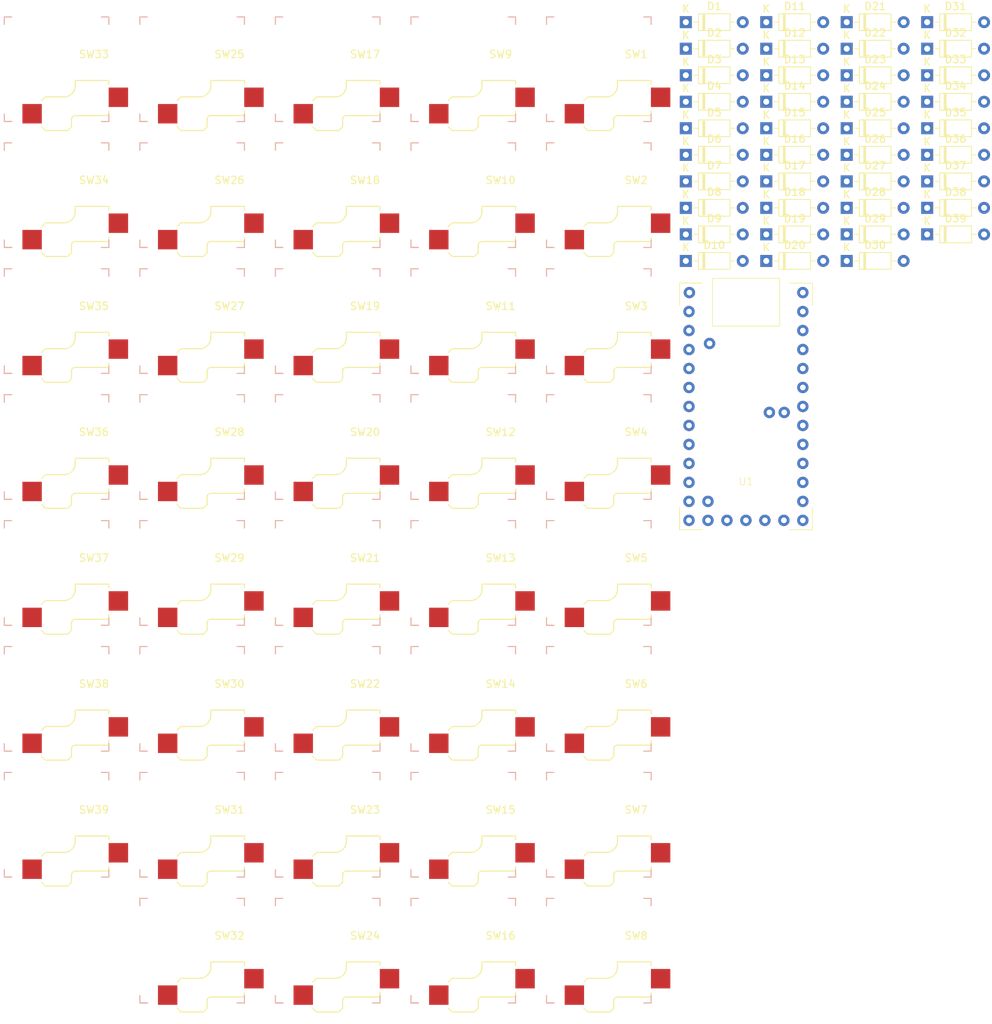
<source format=kicad_pcb>
(kicad_pcb (version 20241229) (generator "pcbnew") (generator_version "9.0")
  (layers (0 "F.Cu" signal) (2 "B.Cu" signal) (13 "F.Paste" user) (15 "B.Paste" user) (5 "F.SilkS" user "F.Silkscreen") (7 "B.SilkS" user "B.Silkscreen") (1 "F.Mask" user) (3 "B.Mask" user) (25 "Edge.Cuts" user))
  (net 0 "")
  (net 1 "ROW1")
  (net 2 "Net-(D1-A)")
  (net 3 "Net-(D2-A)")
  (net 4 "Net-(D3-A)")
  (net 5 "Net-(D4-A)")
  (net 6 "Net-(D5-A)")
  (net 7 "Net-(D6-A)")
  (net 8 "Net-(D7-A)")
  (net 9 "ROW2")
  (net 10 "Net-(D8-A)")
  (net 11 "Net-(D9-A)")
  (net 12 "Net-(D10-A)")
  (net 13 "Net-(D11-A)")
  (net 14 "Net-(D12-A)")
  (net 15 "Net-(D13-A)")
  (net 16 "ROW3")
  (net 17 "Net-(D14-A)")
  (net 18 "Net-(D15-A)")
  (net 19 "Net-(D16-A)")
  (net 20 "Net-(D17-A)")
  (net 21 "Net-(D18-A)")
  (net 22 "ROW4")
  (net 23 "Net-(D19-A)")
  (net 24 "Net-(D20-A)")
  (net 25 "Net-(D21-A)")
  (net 26 "Net-(D22-A)")
  (net 27 "Net-(D23-A)")
  (net 28 "Net-(D24-A)")
  (net 29 "ROW5")
  (net 30 "Net-(D25-A)")
  (net 31 "Net-(D26-A)")
  (net 32 "Net-(D27-A)")
  (net 33 "Net-(D28-A)")
  (net 34 "Net-(D29-A)")
  (net 35 "Net-(D30-A)")
  (net 36 "Net-(D31-A)")
  (net 37 "ROW6")
  (net 38 "Net-(D32-A)")
  (net 39 "Net-(D33-A)")
  (net 40 "TROW1")
  (net 41 "Net-(D34-A)")
  (net 42 "Net-(D35-A)")
  (net 43 "Net-(D36-A)")
  (net 44 "TROW2")
  (net 45 "Net-(D37-A)")
  (net 46 "Net-(D38-A)")
  (net 47 "Net-(D39-A)")
  (net 48 "COL1")
  (net 49 "COL2")
  (net 50 "COL3")
  (net 51 "COL4")
  (net 52 "COL5")
  (net 53 "COL6")
  (footprint "Diode_THT:D_DO-35_SOD27_P7.62mm_Horizontal" (layer "F.Cu") (at 141.75 50.7)
    (property "Reference" "D7" (at 3.81 -2.12 0) (layer "F.SilkS"))
    (property "Value" "1N4148")
    (fp_text user "K" (at 0 -1.8 0) (layer "F.SilkS"))
    (pad "1" thru_hole rect (at 0 0) (size 1.6 1.6) (drill 0.8) (layers "*.Cu" "*.Mask") (net 9 "ROW2"))
    (pad "2" thru_hole oval (at 7.62 0) (size 1.6 1.6) (drill 0.8) (layers "*.Cu" "*.Mask") (net 8 "Net-(D7-A)"))
  )
  (footprint "Diode_THT:D_DO-35_SOD27_P7.62mm_Horizontal" (layer "F.Cu") (at 174.06 50.7)
    (property "Reference" "D37" (at 3.81 -2.12 0) (layer "F.SilkS"))
    (property "Value" "1N4148")
    (fp_text user "K" (at 0 -1.8 0) (layer "F.SilkS"))
    (pad "1" thru_hole rect (at 0 0) (size 1.6 1.6) (drill 0.8) (layers "*.Cu" "*.Mask") (net 44 "TROW2"))
    (pad "2" thru_hole oval (at 7.62 0) (size 1.6 1.6) (drill 0.8) (layers "*.Cu" "*.Mask") (net 45 "Net-(D37-A)"))
  )
  (footprint "Diode_THT:D_DO-35_SOD27_P7.62mm_Horizontal" (layer "F.Cu") (at 141.75 47.15)
    (property "Reference" "D6" (at 3.81 -2.12 0) (layer "F.SilkS"))
    (property "Value" "1N4148")
    (fp_text user "K" (at 0 -1.8 0) (layer "F.SilkS"))
    (pad "1" thru_hole rect (at 0 0) (size 1.6 1.6) (drill 0.8) (layers "*.Cu" "*.Mask") (net 1 "ROW1"))
    (pad "2" thru_hole oval (at 7.62 0) (size 1.6 1.6) (drill 0.8) (layers "*.Cu" "*.Mask") (net 7 "Net-(D6-A)"))
  )
  (footprint "Diode_THT:D_DO-35_SOD27_P7.62mm_Horizontal" (layer "F.Cu") (at 141.75 43.6)
    (property "Reference" "D5" (at 3.81 -2.12 0) (layer "F.SilkS"))
    (property "Value" "1N4148")
    (fp_text user "K" (at 0 -1.8 0) (layer "F.SilkS"))
    (pad "1" thru_hole rect (at 0 0) (size 1.6 1.6) (drill 0.8) (layers "*.Cu" "*.Mask") (net 1 "ROW1"))
    (pad "2" thru_hole oval (at 7.62 0) (size 1.6 1.6) (drill 0.8) (layers "*.Cu" "*.Mask") (net 6 "Net-(D5-A)"))
  )
  (footprint "Diode_THT:D_DO-35_SOD27_P7.62mm_Horizontal" (layer "F.Cu") (at 174.06 43.6)
    (property "Reference" "D35" (at 3.81 -2.12 0) (layer "F.SilkS"))
    (property "Value" "1N4148")
    (fp_text user "K" (at 0 -1.8 0) (layer "F.SilkS"))
    (pad "1" thru_hole rect (at 0 0) (size 1.6 1.6) (drill 0.8) (layers "*.Cu" "*.Mask") (net 40 "TROW1"))
    (pad "2" thru_hole oval (at 7.62 0) (size 1.6 1.6) (drill 0.8) (layers "*.Cu" "*.Mask") (net 42 "Net-(D35-A)"))
  )
  (footprint "Diode_THT:D_DO-35_SOD27_P7.62mm_Horizontal" (layer "F.Cu") (at 163.29 29.4)
    (property "Reference" "D21" (at 3.81 -2.12 0) (layer "F.SilkS"))
    (property "Value" "1N4148")
    (fp_text user "K" (at 0 -1.8 0) (layer "F.SilkS"))
    (pad "1" thru_hole rect (at 0 0) (size 1.6 1.6) (drill 0.8) (layers "*.Cu" "*.Mask") (net 22 "ROW4"))
    (pad "2" thru_hole oval (at 7.62 0) (size 1.6 1.6) (drill 0.8) (layers "*.Cu" "*.Mask") (net 25 "Net-(D21-A)"))
  )
  (footprint "Diode_THT:D_DO-35_SOD27_P7.62mm_Horizontal" (layer "F.Cu") (at 141.75 36.5)
    (property "Reference" "D3" (at 3.81 -2.12 0) (layer "F.SilkS"))
    (property "Value" "1N4148")
    (fp_text user "K" (at 0 -1.8 0) (layer "F.SilkS"))
    (pad "1" thru_hole rect (at 0 0) (size 1.6 1.6) (drill 0.8) (layers "*.Cu" "*.Mask") (net 1 "ROW1"))
    (pad "2" thru_hole oval (at 7.62 0) (size 1.6 1.6) (drill 0.8) (layers "*.Cu" "*.Mask") (net 4 "Net-(D3-A)"))
  )
  (footprint "Diode_THT:D_DO-35_SOD27_P7.62mm_Horizontal" (layer "F.Cu") (at 152.52 47.15)
    (property "Reference" "D16" (at 3.81 -2.12 0) (layer "F.SilkS"))
    (property "Value" "1N4148")
    (fp_text user "K" (at 0 -1.8 0) (layer "F.SilkS"))
    (pad "1" thru_hole rect (at 0 0) (size 1.6 1.6) (drill 0.8) (layers "*.Cu" "*.Mask") (net 16 "ROW3"))
    (pad "2" thru_hole oval (at 7.62 0) (size 1.6 1.6) (drill 0.8) (layers "*.Cu" "*.Mask") (net 19 "Net-(D16-A)"))
  )
  (footprint "Diode_THT:D_DO-35_SOD27_P7.62mm_Horizontal" (layer "F.Cu") (at 163.29 36.5)
    (property "Reference" "D23" (at 3.81 -2.12 0) (layer "F.SilkS"))
    (property "Value" "1N4148")
    (fp_text user "K" (at 0 -1.8 0) (layer "F.SilkS"))
    (pad "1" thru_hole rect (at 0 0) (size 1.6 1.6) (drill 0.8) (layers "*.Cu" "*.Mask") (net 22 "ROW4"))
    (pad "2" thru_hole oval (at 7.62 0) (size 1.6 1.6) (drill 0.8) (layers "*.Cu" "*.Mask") (net 27 "Net-(D23-A)"))
  )
  (footprint "Diode_THT:D_DO-35_SOD27_P7.62mm_Horizontal" (layer "F.Cu") (at 152.52 57.8)
    (property "Reference" "D19" (at 3.81 -2.12 0) (layer "F.SilkS"))
    (property "Value" "1N4148")
    (fp_text user "K" (at 0 -1.8 0) (layer "F.SilkS"))
    (pad "1" thru_hole rect (at 0 0) (size 1.6 1.6) (drill 0.8) (layers "*.Cu" "*.Mask") (net 22 "ROW4"))
    (pad "2" thru_hole oval (at 7.62 0) (size 1.6 1.6) (drill 0.8) (layers "*.Cu" "*.Mask") (net 23 "Net-(D19-A)"))
  )
  (footprint "Diode_THT:D_DO-35_SOD27_P7.62mm_Horizontal" (layer "F.Cu") (at 174.06 36.5)
    (property "Reference" "D33" (at 3.81 -2.12 0) (layer "F.SilkS"))
    (property "Value" "1N4148")
    (fp_text user "K" (at 0 -1.8 0) (layer "F.SilkS"))
    (pad "1" thru_hole rect (at 0 0) (size 1.6 1.6) (drill 0.8) (layers "*.Cu" "*.Mask") (net 37 "ROW6"))
    (pad "2" thru_hole oval (at 7.62 0) (size 1.6 1.6) (drill 0.8) (layers "*.Cu" "*.Mask") (net 39 "Net-(D33-A)"))
  )
  (footprint "Diode_THT:D_DO-35_SOD27_P7.62mm_Horizontal" (layer "F.Cu") (at 174.06 54.25)
    (property "Reference" "D38" (at 3.81 -2.12 0) (layer "F.SilkS"))
    (property "Value" "1N4148")
    (fp_text user "K" (at 0 -1.8 0) (layer "F.SilkS"))
    (pad "1" thru_hole rect (at 0 0) (size 1.6 1.6) (drill 0.8) (layers "*.Cu" "*.Mask") (net 44 "TROW2"))
    (pad "2" thru_hole oval (at 7.62 0) (size 1.6 1.6) (drill 0.8) (layers "*.Cu" "*.Mask") (net 46 "Net-(D38-A)"))
  )
  (footprint "Diode_THT:D_DO-35_SOD27_P7.62mm_Horizontal" (layer "F.Cu") (at 174.06 47.15)
    (property "Reference" "D36" (at 3.81 -2.12 0) (layer "F.SilkS"))
    (property "Value" "1N4148")
    (fp_text user "K" (at 0 -1.8 0) (layer "F.SilkS"))
    (pad "1" thru_hole rect (at 0 0) (size 1.6 1.6) (drill 0.8) (layers "*.Cu" "*.Mask") (net 40 "TROW1"))
    (pad "2" thru_hole oval (at 7.62 0) (size 1.6 1.6) (drill 0.8) (layers "*.Cu" "*.Mask") (net 43 "Net-(D36-A)"))
  )
  (footprint "Diode_THT:D_DO-35_SOD27_P7.62mm_Horizontal" (layer "F.Cu") (at 152.52 29.4)
    (property "Reference" "D11" (at 3.81 -2.12 0) (layer "F.SilkS"))
    (property "Value" "1N4148")
    (fp_text user "K" (at 0 -1.8 0) (layer "F.SilkS"))
    (pad "1" thru_hole rect (at 0 0) (size 1.6 1.6) (drill 0.8) (layers "*.Cu" "*.Mask") (net 9 "ROW2"))
    (pad "2" thru_hole oval (at 7.62 0) (size 1.6 1.6) (drill 0.8) (layers "*.Cu" "*.Mask") (net 13 "Net-(D11-A)"))
  )
  (footprint "Diode_THT:D_DO-35_SOD27_P7.62mm_Horizontal" (layer "F.Cu") (at 152.52 54.25)
    (property "Reference" "D18" (at 3.81 -2.12 0) (layer "F.SilkS"))
    (property "Value" "1N4148")
    (fp_text user "K" (at 0 -1.8 0) (layer "F.SilkS"))
    (pad "1" thru_hole rect (at 0 0) (size 1.6 1.6) (drill 0.8) (layers "*.Cu" "*.Mask") (net 16 "ROW3"))
    (pad "2" thru_hole oval (at 7.62 0) (size 1.6 1.6) (drill 0.8) (layers "*.Cu" "*.Mask") (net 21 "Net-(D18-A)"))
  )
  (footprint "Diode_THT:D_DO-35_SOD27_P7.62mm_Horizontal" (layer "F.Cu") (at 163.29 32.95)
    (property "Reference" "D22" (at 3.81 -2.12 0) (layer "F.SilkS"))
    (property "Value" "1N4148")
    (fp_text user "K" (at 0 -1.8 0) (layer "F.SilkS"))
    (pad "1" thru_hole rect (at 0 0) (size 1.6 1.6) (drill 0.8) (layers "*.Cu" "*.Mask") (net 22 "ROW4"))
    (pad "2" thru_hole oval (at 7.62 0) (size 1.6 1.6) (drill 0.8) (layers "*.Cu" "*.Mask") (net 26 "Net-(D22-A)"))
  )
  (footprint "Diode_THT:D_DO-35_SOD27_P7.62mm_Horizontal" (layer "F.Cu") (at 163.29 57.8)
    (property "Reference" "D29" (at 3.81 -2.12 0) (layer "F.SilkS"))
    (property "Value" "1N4148")
    (fp_text user "K" (at 0 -1.8 0) (layer "F.SilkS"))
    (pad "1" thru_hole rect (at 0 0) (size 1.6 1.6) (drill 0.8) (layers "*.Cu" "*.Mask") (net 29 "ROW5"))
    (pad "2" thru_hole oval (at 7.62 0) (size 1.6 1.6) (drill 0.8) (layers "*.Cu" "*.Mask") (net 34 "Net-(D29-A)"))
  )
  (footprint "Diode_THT:D_DO-35_SOD27_P7.62mm_Horizontal" (layer "F.Cu") (at 174.06 40.05)
    (property "Reference" "D34" (at 3.81 -2.12 0) (layer "F.SilkS"))
    (property "Value" "1N4148")
    (fp_text user "K" (at 0 -1.8 0) (layer "F.SilkS"))
    (pad "1" thru_hole rect (at 0 0) (size 1.6 1.6) (drill 0.8) (layers "*.Cu" "*.Mask") (net 40 "TROW1"))
    (pad "2" thru_hole oval (at 7.62 0) (size 1.6 1.6) (drill 0.8) (layers "*.Cu" "*.Mask") (net 41 "Net-(D34-A)"))
  )
  (footprint "Diode_THT:D_DO-35_SOD27_P7.62mm_Horizontal" (layer "F.Cu") (at 163.29 54.25)
    (property "Reference" "D28" (at 3.81 -2.12 0) (layer "F.SilkS"))
    (property "Value" "1N4148")
    (fp_text user "K" (at 0 -1.8 0) (layer "F.SilkS"))
    (pad "1" thru_hole rect (at 0 0) (size 1.6 1.6) (drill 0.8) (layers "*.Cu" "*.Mask") (net 29 "ROW5"))
    (pad "2" thru_hole oval (at 7.62 0) (size 1.6 1.6) (drill 0.8) (layers "*.Cu" "*.Mask") (net 33 "Net-(D28-A)"))
  )
  (footprint "Diode_THT:D_DO-35_SOD27_P7.62mm_Horizontal" (layer "F.Cu") (at 141.75 29.4)
    (property "Reference" "D1" (at 3.81 -2.12 0) (layer "F.SilkS"))
    (property "Value" "1N4148")
    (fp_text user "K" (at 0 -1.8 0) (layer "F.SilkS"))
    (pad "1" thru_hole rect (at 0 0) (size 1.6 1.6) (drill 0.8) (layers "*.Cu" "*.Mask") (net 1 "ROW1"))
    (pad "2" thru_hole oval (at 7.62 0) (size 1.6 1.6) (drill 0.8) (layers "*.Cu" "*.Mask") (net 2 "Net-(D1-A)"))
  )
  (footprint "Diode_THT:D_DO-35_SOD27_P7.62mm_Horizontal" (layer "F.Cu") (at 152.52 36.5)
    (property "Reference" "D13" (at 3.81 -2.12 0) (layer "F.SilkS"))
    (property "Value" "1N4148")
    (fp_text user "K" (at 0 -1.8 0) (layer "F.SilkS"))
    (pad "1" thru_hole rect (at 0 0) (size 1.6 1.6) (drill 0.8) (layers "*.Cu" "*.Mask") (net 16 "ROW3"))
    (pad "2" thru_hole oval (at 7.62 0) (size 1.6 1.6) (drill 0.8) (layers "*.Cu" "*.Mask") (net 15 "Net-(D13-A)"))
  )
  (footprint "Diode_THT:D_DO-35_SOD27_P7.62mm_Horizontal" (layer "F.Cu") (at 163.29 61.35)
    (property "Reference" "D30" (at 3.81 -2.12 0) (layer "F.SilkS"))
    (property "Value" "1N4148")
    (fp_text user "K" (at 0 -1.8 0) (layer "F.SilkS"))
    (pad "1" thru_hole rect (at 0 0) (size 1.6 1.6) (drill 0.8) (layers "*.Cu" "*.Mask") (net 29 "ROW5"))
    (pad "2" thru_hole oval (at 7.62 0) (size 1.6 1.6) (drill 0.8) (layers "*.Cu" "*.Mask") (net 35 "Net-(D30-A)"))
  )
  (footprint "Diode_THT:D_DO-35_SOD27_P7.62mm_Horizontal" (layer "F.Cu") (at 152.52 50.7)
    (property "Reference" "D17" (at 3.81 -2.12 0) (layer "F.SilkS"))
    (property "Value" "1N4148")
    (fp_text user "K" (at 0 -1.8 0) (layer "F.SilkS"))
    (pad "1" thru_hole rect (at 0 0) (size 1.6 1.6) (drill 0.8) (layers "*.Cu" "*.Mask") (net 16 "ROW3"))
    (pad "2" thru_hole oval (at 7.62 0) (size 1.6 1.6) (drill 0.8) (layers "*.Cu" "*.Mask") (net 20 "Net-(D17-A)"))
  )
  (footprint "Diode_THT:D_DO-35_SOD27_P7.62mm_Horizontal" (layer "F.Cu") (at 141.75 40.05)
    (property "Reference" "D4" (at 3.81 -2.12 0) (layer "F.SilkS"))
    (property "Value" "1N4148")
    (fp_text user "K" (at 0 -1.8 0) (layer "F.SilkS"))
    (pad "1" thru_hole rect (at 0 0) (size 1.6 1.6) (drill 0.8) (layers "*.Cu" "*.Mask") (net 1 "ROW1"))
    (pad "2" thru_hole oval (at 7.62 0) (size 1.6 1.6) (drill 0.8) (layers "*.Cu" "*.Mask") (net 5 "Net-(D4-A)"))
  )
  (footprint "Diode_THT:D_DO-35_SOD27_P7.62mm_Horizontal" (layer "F.Cu") (at 163.29 43.6)
    (property "Reference" "D25" (at 3.81 -2.12 0) (layer "F.SilkS"))
    (property "Value" "1N4148")
    (fp_text user "K" (at 0 -1.8 0) (layer "F.SilkS"))
    (pad "1" thru_hole rect (at 0 0) (size 1.6 1.6) (drill 0.8) (layers "*.Cu" "*.Mask") (net 29 "ROW5"))
    (pad "2" thru_hole oval (at 7.62 0) (size 1.6 1.6) (drill 0.8) (layers "*.Cu" "*.Mask") (net 30 "Net-(D25-A)"))
  )
  (footprint "Diode_THT:D_DO-35_SOD27_P7.62mm_Horizontal" (layer "F.Cu") (at 163.29 40.05)
    (property "Reference" "D24" (at 3.81 -2.12 0) (layer "F.SilkS"))
    (property "Value" "1N4148")
    (fp_text user "K" (at 0 -1.8 0) (layer "F.SilkS"))
    (pad "1" thru_hole rect (at 0 0) (size 1.6 1.6) (drill 0.8) (layers "*.Cu" "*.Mask") (net 22 "ROW4"))
    (pad "2" thru_hole oval (at 7.62 0) (size 1.6 1.6) (drill 0.8) (layers "*.Cu" "*.Mask") (net 28 "Net-(D24-A)"))
  )
  (footprint "Diode_THT:D_DO-35_SOD27_P7.62mm_Horizontal" (layer "F.Cu") (at 141.75 32.95)
    (property "Reference" "D2" (at 3.81 -2.12 0) (layer "F.SilkS"))
    (property "Value" "1N4148")
    (fp_text user "K" (at 0 -1.8 0) (layer "F.SilkS"))
    (pad "1" thru_hole rect (at 0 0) (size 1.6 1.6) (drill 0.8) (layers "*.Cu" "*.Mask") (net 1 "ROW1"))
    (pad "2" thru_hole oval (at 7.62 0) (size 1.6 1.6) (drill 0.8) (layers "*.Cu" "*.Mask") (net 3 "Net-(D2-A)"))
  )
  (footprint "Diode_THT:D_DO-35_SOD27_P7.62mm_Horizontal" (layer "F.Cu") (at 152.52 61.35)
    (property "Reference" "D20" (at 3.81 -2.12 0) (layer "F.SilkS"))
    (property "Value" "1N4148")
    (fp_text user "K" (at 0 -1.8 0) (layer "F.SilkS"))
    (pad "1" thru_hole rect (at 0 0) (size 1.6 1.6) (drill 0.8) (layers "*.Cu" "*.Mask") (net 22 "ROW4"))
    (pad "2" thru_hole oval (at 7.62 0) (size 1.6 1.6) (drill 0.8) (layers "*.Cu" "*.Mask") (net 24 "Net-(D20-A)"))
  )
  (footprint "ProMicro_RP2040:pro_micro_rp2040" (layer "F.Cu") (at 140.925 97.325)
    (property "Reference" "U1" (at 8.89 -6.46 0) (layer "F.SilkS") (effects (font (thickness 0.1))))
    (property "Value" "~")
    (pad "0" thru_hole circle (at 1.25 -29.2) (size 1.524 1.524) (drill 0.762) (layers "*.Cu" "*.Mask") (net 48 "COL1"))
    (pad "1" thru_hole circle (at 1.25 -26.66) (size 1.524 1.524) (drill 0.762) (layers "*.Cu" "*.Mask") (net 49 "COL2"))
    (pad "2" thru_hole circle (at 1.25 -19.04) (size 1.524 1.524) (drill 0.762) (layers "*.Cu" "*.Mask") (net 50 "COL3"))
    (pad "3" thru_hole circle (at 1.25 -16.5) (size 1.524 1.524) (drill 0.762) (layers "*.Cu" "*.Mask") (net 51 "COL4"))
    (pad "3V3" thru_hole circle (at 16.49 -21.58) (size 1.524 1.524) (drill 0.762) (layers "*.Cu" "*.Mask"))
    (pad "4" thru_hole circle (at 1.25 -13.96) (size 1.524 1.524) (drill 0.762) (layers "*.Cu" "*.Mask") (net 52 "COL5"))
    (pad "5" thru_hole circle (at 1.25 -11.42) (size 1.524 1.524) (drill 0.762) (layers "*.Cu" "*.Mask") (net 53 "COL6"))
    (pad "5V" thru_hole circle (at 16.49 -29.2) (size 1.524 1.524) (drill 0.762) (layers "*.Cu" "*.Mask"))
    (pad "6" thru_hole circle (at 1.25 -8.88) (size 1.524 1.524) (drill 0.762) (layers "*.Cu" "*.Mask") (net 1 "ROW1"))
    (pad "7" thru_hole circle (at 1.25 -6.34) (size 1.524 1.524) (drill 0.762) (layers "*.Cu" "*.Mask") (net 9 "ROW2"))
    (pad "8" thru_hole circle (at 1.25 -3.8) (size 1.524 1.524) (drill 0.762) (layers "*.Cu" "*.Mask") (net 16 "ROW3"))
    (pad "9" thru_hole circle (at 1.25 -1.26) (size 1.524 1.524) (drill 0.762) (layers "*.Cu" "*.Mask") (net 22 "ROW4"))
    (pad "10" thru_hole circle (at 1.3 -31.74) (size 1.524 1.524) (drill 0.762) (layers "*.Cu" "*.Mask"))
    (pad "11" thru_hole circle (at 16.49 -31.74) (size 1.524 1.524) (drill 0.762) (layers "*.Cu" "*.Mask"))
    (pad "12" thru_hole circle (at 3.79 -1.26) (size 1.524 1.524) (drill 0.762) (layers "*.Cu" "*.Mask") (net 29 "ROW5"))
    (pad "13" thru_hole circle (at 6.33 -1.26) (size 1.524 1.524) (drill 0.762) (layers "*.Cu" "*.Mask") (net 37 "ROW6"))
    (pad "14" thru_hole circle (at 8.87 -1.26) (size 1.524 1.524) (drill 0.762) (layers "*.Cu" "*.Mask") (net 40 "TROW1"))
    (pad "15" thru_hole circle (at 11.41 -1.26) (size 1.524 1.524) (drill 0.762) (layers "*.Cu" "*.Mask") (net 44 "TROW2"))
    (pad "16" thru_hole circle (at 13.95 -1.26) (size 1.524 1.524) (drill 0.762) (layers "*.Cu" "*.Mask"))
    (pad "18" thru_hole circle (at 12.01 -15.7) (size 1.524 1.524) (drill 0.762) (layers "*.Cu" "*.Mask"))
    (pad "20" thru_hole circle (at 16.49 -6.34) (size 1.524 1.524) (drill 0.762) (layers "*.Cu" "*.Mask"))
    (pad "21" thru_hole circle (at 16.49 -1.26) (size 1.524 1.524) (drill 0.762) (layers "*.Cu" "*.Mask"))
    (pad "22" thru_hole circle (at 16.49 -8.88) (size 1.524 1.524) (drill 0.762) (layers "*.Cu" "*.Mask"))
    (pad "23" thru_hole circle (at 16.49 -3.8) (size 1.524 1.524) (drill 0.762) (layers "*.Cu" "*.Mask"))
    (pad "24" thru_hole circle (at 14 -15.7) (size 1.524 1.524) (drill 0.762) (layers "*.Cu" "*.Mask"))
    (pad "25" thru_hole circle (at 3.79 -3.8) (size 1.524 1.524) (drill 0.762) (layers "*.Cu" "*.Mask"))
    (pad "26" thru_hole circle (at 16.49 -11.42) (size 1.524 1.524) (drill 0.762) (layers "*.Cu" "*.Mask"))
    (pad "27" thru_hole circle (at 16.49 -13.96) (size 1.524 1.524) (drill 0.762) (layers "*.Cu" "*.Mask"))
    (pad "28" thru_hole circle (at 16.49 -16.5) (size 1.524 1.524) (drill 0.762) (layers "*.Cu" "*.Mask"))
    (pad "29" thru_hole circle (at 16.49 -19.04) (size 1.524 1.524) (drill 0.762) (layers "*.Cu" "*.Mask"))
    (pad "BOOT" thru_hole circle (at 4 -24.93) (size 1.524 1.524) (drill 0.762) (layers "*.Cu" "*.Mask"))
    (pad "GND" thru_hole circle (at 1.25 -24.12) (size 1.524 1.524) (drill 0.762) (layers "*.Cu" "*.Mask"))
    (pad "GND" thru_hole circle (at 1.25 -21.58) (size 1.524 1.524) (drill 0.762) (layers "*.Cu" "*.Mask"))
    (pad "GND" thru_hole circle (at 16.49 -26.66) (size 1.524 1.524) (drill 0.762) (layers "*.Cu" "*.Mask"))
    (pad "RST" thru_hole circle (at 16.49 -24.12) (size 1.524 1.524) (drill 0.762) (layers "*.Cu" "*.Mask"))
  )
  (footprint "Diode_THT:D_DO-35_SOD27_P7.62mm_Horizontal" (layer "F.Cu") (at 152.52 43.6)
    (property "Reference" "D15" (at 3.81 -2.12 0) (layer "F.SilkS"))
    (property "Value" "1N4148")
    (fp_text user "K" (at 0 -1.8 0) (layer "F.SilkS"))
    (pad "1" thru_hole rect (at 0 0) (size 1.6 1.6) (drill 0.8) (layers "*.Cu" "*.Mask") (net 16 "ROW3"))
    (pad "2" thru_hole oval (at 7.62 0) (size 1.6 1.6) (drill 0.8) (layers "*.Cu" "*.Mask") (net 18 "Net-(D15-A)"))
  )
  (footprint "Diode_THT:D_DO-35_SOD27_P7.62mm_Horizontal" (layer "F.Cu") (at 141.75 54.25)
    (property "Reference" "D8" (at 3.81 -2.12 0) (layer "F.SilkS"))
    (property "Value" "1N4148")
    (fp_text user "K" (at 0 -1.8 0) (layer "F.SilkS"))
    (pad "1" thru_hole rect (at 0 0) (size 1.6 1.6) (drill 0.8) (layers "*.Cu" "*.Mask") (net 9 "ROW2"))
    (pad "2" thru_hole oval (at 7.62 0) (size 1.6 1.6) (drill 0.8) (layers "*.Cu" "*.Mask") (net 10 "Net-(D8-A)"))
  )
  (footprint "Diode_THT:D_DO-35_SOD27_P7.62mm_Horizontal" (layer "F.Cu") (at 141.75 61.35)
    (property "Reference" "D10" (at 3.81 -2.12 0) (layer "F.SilkS"))
    (property "Value" "1N4148")
    (fp_text user "K" (at 0 -1.8 0) (layer "F.SilkS"))
    (pad "1" thru_hole rect (at 0 0) (size 1.6 1.6) (drill 0.8) (layers "*.Cu" "*.Mask") (net 9 "ROW2"))
    (pad "2" thru_hole oval (at 7.62 0) (size 1.6 1.6) (drill 0.8) (layers "*.Cu" "*.Mask") (net 12 "Net-(D10-A)"))
  )
  (footprint "Diode_THT:D_DO-35_SOD27_P7.62mm_Horizontal" (layer "F.Cu") (at 152.52 32.95)
    (property "Reference" "D12" (at 3.81 -2.12 0) (layer "F.SilkS"))
    (property "Value" "1N4148")
    (fp_text user "K" (at 0 -1.8 0) (layer "F.SilkS"))
    (pad "1" thru_hole rect (at 0 0) (size 1.6 1.6) (drill 0.8) (layers "*.Cu" "*.Mask") (net 9 "ROW2"))
    (pad "2" thru_hole oval (at 7.62 0) (size 1.6 1.6) (drill 0.8) (layers "*.Cu" "*.Mask") (net 14 "Net-(D12-A)"))
  )
  (footprint "Diode_THT:D_DO-35_SOD27_P7.62mm_Horizontal" (layer "F.Cu") (at 174.06 57.8)
    (property "Reference" "D39" (at 3.81 -2.12 0) (layer "F.SilkS"))
    (property "Value" "1N4148")
    (fp_text user "K" (at 0 -1.8 0) (layer "F.SilkS"))
    (pad "1" thru_hole rect (at 0 0) (size 1.6 1.6) (drill 0.8) (layers "*.Cu" "*.Mask") (net 44 "TROW2"))
    (pad "2" thru_hole oval (at 7.62 0) (size 1.6 1.6) (drill 0.8) (layers "*.Cu" "*.Mask") (net 47 "Net-(D39-A)"))
  )
  (footprint "Diode_THT:D_DO-35_SOD27_P7.62mm_Horizontal" (layer "F.Cu") (at 163.29 50.7)
    (property "Reference" "D27" (at 3.81 -2.12 0) (layer "F.SilkS"))
    (property "Value" "1N4148")
    (fp_text user "K" (at 0 -1.8 0) (layer "F.SilkS"))
    (pad "1" thru_hole rect (at 0 0) (size 1.6 1.6) (drill 0.8) (layers "*.Cu" "*.Mask") (net 29 "ROW5"))
    (pad "2" thru_hole oval (at 7.62 0) (size 1.6 1.6) (drill 0.8) (layers "*.Cu" "*.Mask") (net 32 "Net-(D27-A)"))
  )
  (footprint "Diode_THT:D_DO-35_SOD27_P7.62mm_Horizontal" (layer "F.Cu") (at 174.06 32.95)
    (property "Reference" "D32" (at 3.81 -2.12 0) (layer "F.SilkS"))
    (property "Value" "1N4148")
    (fp_text user "K" (at 0 -1.8 0) (layer "F.SilkS"))
    (pad "1" thru_hole rect (at 0 0) (size 1.6 1.6) (drill 0.8) (layers "*.Cu" "*.Mask") (net 37 "ROW6"))
    (pad "2" thru_hole oval (at 7.62 0) (size 1.6 1.6) (drill 0.8) (layers "*.Cu" "*.Mask") (net 38 "Net-(D32-A)"))
  )
  (footprint "Diode_THT:D_DO-35_SOD27_P7.62mm_Horizontal" (layer "F.Cu") (at 174.06 29.4)
    (property "Reference" "D31" (at 3.81 -2.12 0) (layer "F.SilkS"))
    (property "Value" "1N4148")
    (fp_text user "K" (at 0 -1.8 0) (layer "F.SilkS"))
    (pad "1" thru_hole rect (at 0 0) (size 1.6 1.6) (drill 0.8) (layers "*.Cu" "*.Mask") (net 37 "ROW6"))
    (pad "2" thru_hole oval (at 7.62 0) (size 1.6 1.6) (drill 0.8) (layers "*.Cu" "*.Mask") (net 36 "Net-(D31-A)"))
  )
  (footprint "Diode_THT:D_DO-35_SOD27_P7.62mm_Horizontal" (layer "F.Cu") (at 163.29 47.15)
    (property "Reference" "D26" (at 3.81 -2.12 0) (layer "F.SilkS"))
    (property "Value" "1N4148")
    (fp_text user "K" (at 0 -1.8 0) (layer "F.SilkS"))
    (pad "1" thru_hole rect (at 0 0) (size 1.6 1.6) (drill 0.8) (layers "*.Cu" "*.Mask") (net 29 "ROW5"))
    (pad "2" thru_hole oval (at 7.62 0) (size 1.6 1.6) (drill 0.8) (layers "*.Cu" "*.Mask") (net 31 "Net-(D26-A)"))
  )
  (footprint "Diode_THT:D_DO-35_SOD27_P7.62mm_Horizontal" (layer "F.Cu") (at 152.52 40.05)
    (property "Reference" "D14" (at 3.81 -2.12 0) (layer "F.SilkS"))
    (property "Value" "1N4148")
    (fp_text user "K" (at 0 -1.8 0) (layer "F.SilkS"))
    (pad "1" thru_hole rect (at 0 0) (size 1.6 1.6) (drill 0.8) (layers "*.Cu" "*.Mask") (net 16 "ROW3"))
    (pad "2" thru_hole oval (at 7.62 0) (size 1.6 1.6) (drill 0.8) (layers "*.Cu" "*.Mask") (net 17 "Net-(D14-A)"))
  )
  (footprint "Diode_THT:D_DO-35_SOD27_P7.62mm_Horizontal" (layer "F.Cu") (at 141.75 57.8)
    (property "Reference" "D9" (at 3.81 -2.12 0) (layer "F.SilkS"))
    (property "Value" "1N4148")
    (fp_text user "K" (at 0 -1.8 0) (layer "F.SilkS"))
    (pad "1" thru_hole rect (at 0 0) (size 1.6 1.6) (drill 0.8) (layers "*.Cu" "*.Mask") (net 9 "ROW2"))
    (pad "2" thru_hole oval (at 7.62 0) (size 1.6 1.6) (drill 0.8) (layers "*.Cu" "*.Mask") (net 11 "Net-(D9-A)"))
  )
  (footprint "Keyswitches:Kailh_socket_PG1350" (layer "B.Cu") (at 75.65 119.95 180)
    (property "Reference" "SW30" (at -5 2 0) (layer "F.SilkS"))
    (property "Value" "SW_Push")
    (pad "" np_thru_hole circle (at -5.5 0 180) (size 1.7018 1.7018) (drill 1.7018) (layers "*.Cu" "*.Mask"))
    (pad "" np_thru_hole circle (at -5 -3.75 180) (size 3 3) (drill 3) (layers "*.Cu" "*.Mask"))
    (pad "" np_thru_hole circle (at 0 -5.95 180) (size 3 3) (drill 3) (layers "*.Cu" "*.Mask"))
    (pad "" np_thru_hole circle (at 0 0 180) (size 3.429 3.429) (drill 3.429) (layers "*.Cu" "*.Mask"))
    (pad "" np_thru_hole circle (at 5.22 4.2 180) (size 0.9906 0.9906) (drill 0.9906) (layers "*.Cu" "*.Mask"))
    (pad "" np_thru_hole circle (at 5.5 0 180) (size 1.7018 1.7018) (drill 1.7018) (layers "*.Cu" "*.Mask"))
    (pad "1" smd rect (at 3.275 -5.95 180) (size 2.6 2.6) (layers "F.Cu" "F.Mask" "F.Paste") (net 53 "COL6"))
    (pad "2" smd rect (at -8.275 -3.75 180) (size 2.6 2.6) (layers "F.Cu" "F.Mask" "F.Paste") (net 35 "Net-(D30-A)"))
  )
  (footprint "Keyswitches:Kailh_socket_PG1350" (layer "B.Cu") (at 57.5 86.25 180)
    (property "Reference" "SW36" (at -5 2 0) (layer "F.SilkS"))
    (property "Value" "SW_Push")
    (pad "" np_thru_hole circle (at -5.5 0 180) (size 1.7018 1.7018) (drill 1.7018) (layers "*.Cu" "*.Mask"))
    (pad "" np_thru_hole circle (at -5 -3.75 180) (size 3 3) (drill 3) (layers "*.Cu" "*.Mask"))
    (pad "" np_thru_hole circle (at 0 -5.95 180) (size 3 3) (drill 3) (layers "*.Cu" "*.Mask"))
    (pad "" np_thru_hole circle (at 0 0 180) (size 3.429 3.429) (drill 3.429) (layers "*.Cu" "*.Mask"))
    (pad "" np_thru_hole circle (at 5.22 4.2 180) (size 0.9906 0.9906) (drill 0.9906) (layers "*.Cu" "*.Mask"))
    (pad "" np_thru_hole circle (at 5.5 0 180) (size 1.7018 1.7018) (drill 1.7018) (layers "*.Cu" "*.Mask"))
    (pad "1" smd rect (at 3.275 -5.95 180) (size 2.6 2.6) (layers "F.Cu" "F.Mask" "F.Paste") (net 52 "COL5"))
    (pad "2" smd rect (at -8.275 -3.75 180) (size 2.6 2.6) (layers "F.Cu" "F.Mask" "F.Paste") (net 43 "Net-(D36-A)"))
  )
  (footprint "Keyswitches:Kailh_socket_PG1350" (layer "B.Cu") (at 93.8 86.25 180)
    (property "Reference" "SW20" (at -5 2 0) (layer "F.SilkS"))
    (property "Value" "SW_Push")
    (pad "" np_thru_hole circle (at -5.5 0 180) (size 1.7018 1.7018) (drill 1.7018) (layers "*.Cu" "*.Mask"))
    (pad "" np_thru_hole circle (at -5 -3.75 180) (size 3 3) (drill 3) (layers "*.Cu" "*.Mask"))
    (pad "" np_thru_hole circle (at 0 -5.95 180) (size 3 3) (drill 3) (layers "*.Cu" "*.Mask"))
    (pad "" np_thru_hole circle (at 0 0 180) (size 3.429 3.429) (drill 3.429) (layers "*.Cu" "*.Mask"))
    (pad "" np_thru_hole circle (at 5.22 4.2 180) (size 0.9906 0.9906) (drill 0.9906) (layers "*.Cu" "*.Mask"))
    (pad "" np_thru_hole circle (at 5.5 0 180) (size 1.7018 1.7018) (drill 1.7018) (layers "*.Cu" "*.Mask"))
    (pad "1" smd rect (at 3.275 -5.95 180) (size 2.6 2.6) (layers "F.Cu" "F.Mask" "F.Paste") (net 49 "COL2"))
    (pad "2" smd rect (at -8.275 -3.75 180) (size 2.6 2.6) (layers "F.Cu" "F.Mask" "F.Paste") (net 24 "Net-(D20-A)"))
  )
  (footprint "Keyswitches:Kailh_socket_PG1350" (layer "B.Cu") (at 111.95 119.95 180)
    (property "Reference" "SW14" (at -5 2 0) (layer "F.SilkS"))
    (property "Value" "SW_Push")
    (pad "" np_thru_hole circle (at -5.5 0 180) (size 1.7018 1.7018) (drill 1.7018) (layers "*.Cu" "*.Mask"))
    (pad "" np_thru_hole circle (at -5 -3.75 180) (size 3 3) (drill 3) (layers "*.Cu" "*.Mask"))
    (pad "" np_thru_hole circle (at 0 -5.95 180) (size 3 3) (drill 3) (layers "*.Cu" "*.Mask"))
    (pad "" np_thru_hole circle (at 0 0 180) (size 3.429 3.429) (drill 3.429) (layers "*.Cu" "*.Mask"))
    (pad "" np_thru_hole circle (at 5.22 4.2 180) (size 0.9906 0.9906) (drill 0.9906) (layers "*.Cu" "*.Mask"))
    (pad "" np_thru_hole circle (at 5.5 0 180) (size 1.7018 1.7018) (drill 1.7018) (layers "*.Cu" "*.Mask"))
    (pad "1" smd rect (at 3.275 -5.95 180) (size 2.6 2.6) (layers "F.Cu" "F.Mask" "F.Paste") (net 49 "COL2"))
    (pad "2" smd rect (at -8.275 -3.75 180) (size 2.6 2.6) (layers "F.Cu" "F.Mask" "F.Paste") (net 17 "Net-(D14-A)"))
  )
  (footprint "Keyswitches:Kailh_socket_PG1350" (layer "B.Cu") (at 75.65 69.4 180)
    (property "Reference" "SW27" (at -5 2 0) (layer "F.SilkS"))
    (property "Value" "SW_Push")
    (pad "" np_thru_hole circle (at -5.5 0 180) (size 1.7018 1.7018) (drill 1.7018) (layers "*.Cu" "*.Mask"))
    (pad "" np_thru_hole circle (at -5 -3.75 180) (size 3 3) (drill 3) (layers "*.Cu" "*.Mask"))
    (pad "" np_thru_hole circle (at 0 -5.95 180) (size 3 3) (drill 3) (layers "*.Cu" "*.Mask"))
    (pad "" np_thru_hole circle (at 0 0 180) (size 3.429 3.429) (drill 3.429) (layers "*.Cu" "*.Mask"))
    (pad "" np_thru_hole circle (at 5.22 4.2 180) (size 0.9906 0.9906) (drill 0.9906) (layers "*.Cu" "*.Mask"))
    (pad "" np_thru_hole circle (at 5.5 0 180) (size 1.7018 1.7018) (drill 1.7018) (layers "*.Cu" "*.Mask"))
    (pad "1" smd rect (at 3.275 -5.95 180) (size 2.6 2.6) (layers "F.Cu" "F.Mask" "F.Paste") (net 50 "COL3"))
    (pad "2" smd rect (at -8.275 -3.75 180) (size 2.6 2.6) (layers "F.Cu" "F.Mask" "F.Paste") (net 32 "Net-(D27-A)"))
  )
  (footprint "Keyswitches:Kailh_socket_PG1350" (layer "B.Cu") (at 75.65 153.65 180)
    (property "Reference" "SW32" (at -5 2 0) (layer "F.SilkS"))
    (property "Value" "SW_Push")
    (pad "" np_thru_hole circle (at -5.5 0 180) (size 1.7018 1.7018) (drill 1.7018) (layers "*.Cu" "*.Mask"))
    (pad "" np_thru_hole circle (at -5 -3.75 180) (size 3 3) (drill 3) (layers "*.Cu" "*.Mask"))
    (pad "" np_thru_hole circle (at 0 -5.95 180) (size 3 3) (drill 3) (layers "*.Cu" "*.Mask"))
    (pad "" np_thru_hole circle (at 0 0 180) (size 3.429 3.429) (drill 3.429) (layers "*.Cu" "*.Mask"))
    (pad "" np_thru_hole circle (at 5.22 4.2 180) (size 0.9906 0.9906) (drill 0.9906) (layers "*.Cu" "*.Mask"))
    (pad "" np_thru_hole circle (at 5.5 0 180) (size 1.7018 1.7018) (drill 1.7018) (layers "*.Cu" "*.Mask"))
    (pad "1" smd rect (at 3.275 -5.95 180) (size 2.6 2.6) (layers "F.Cu" "F.Mask" "F.Paste") (net 51 "COL4"))
    (pad "2" smd rect (at -8.275 -3.75 180) (size 2.6 2.6) (layers "F.Cu" "F.Mask" "F.Paste") (net 38 "Net-(D32-A)"))
  )
  (footprint "Keyswitches:Kailh_socket_PG1350" (layer "B.Cu") (at 93.8 136.8 180)
    (property "Reference" "SW23" (at -5 2 0) (layer "F.SilkS"))
    (property "Value" "SW_Push")
    (pad "" np_thru_hole circle (at -5.5 0 180) (size 1.7018 1.7018) (drill 1.7018) (layers "*.Cu" "*.Mask"))
    (pad "" np_thru_hole circle (at -5 -3.75 180) (size 3 3) (drill 3) (layers "*.Cu" "*.Mask"))
    (pad "" np_thru_hole circle (at 0 -5.95 180) (size 3 3) (drill 3) (layers "*.Cu" "*.Mask"))
    (pad "" np_thru_hole circle (at 0 0 180) (size 3.429 3.429) (drill 3.429) (layers "*.Cu" "*.Mask"))
    (pad "" np_thru_hole circle (at 5.22 4.2 180) (size 0.9906 0.9906) (drill 0.9906) (layers "*.Cu" "*.Mask"))
    (pad "" np_thru_hole circle (at 5.5 0 180) (size 1.7018 1.7018) (drill 1.7018) (layers "*.Cu" "*.Mask"))
    (pad "1" smd rect (at 3.275 -5.95 180) (size 2.6 2.6) (layers "F.Cu" "F.Mask" "F.Paste") (net 52 "COL5"))
    (pad "2" smd rect (at -8.275 -3.75 180) (size 2.6 2.6) (layers "F.Cu" "F.Mask" "F.Paste") (net 27 "Net-(D23-A)"))
  )
  (footprint "Keyswitches:Kailh_socket_PG1350" (layer "B.Cu") (at 93.8 52.55 180)
    (property "Reference" "SW18" (at -5 2 0) (layer "F.SilkS"))
    (property "Value" "SW_Push")
    (pad "" np_thru_hole circle (at -5.5 0 180) (size 1.7018 1.7018) (drill 1.7018) (layers "*.Cu" "*.Mask"))
    (pad "" np_thru_hole circle (at -5 -3.75 180) (size 3 3) (drill 3) (layers "*.Cu" "*.Mask"))
    (pad "" np_thru_hole circle (at 0 -5.95 180) (size 3 3) (drill 3) (layers "*.Cu" "*.Mask"))
    (pad "" np_thru_hole circle (at 0 0 180) (size 3.429 3.429) (drill 3.429) (layers "*.Cu" "*.Mask"))
    (pad "" np_thru_hole circle (at 5.22 4.2 180) (size 0.9906 0.9906) (drill 0.9906) (layers "*.Cu" "*.Mask"))
    (pad "" np_thru_hole circle (at 5.5 0 180) (size 1.7018 1.7018) (drill 1.7018) (layers "*.Cu" "*.Mask"))
    (pad "1" smd rect (at 3.275 -5.95 180) (size 2.6 2.6) (layers "F.Cu" "F.Mask" "F.Paste") (net 53 "COL6"))
    (pad "2" smd rect (at -8.275 -3.75 180) (size 2.6 2.6) (layers "F.Cu" "F.Mask" "F.Paste") (net 21 "Net-(D18-A)"))
  )
  (footprint "Keyswitches:Kailh_socket_PG1350" (layer "B.Cu") (at 57.5 52.55 180)
    (property "Reference" "SW34" (at -5 2 0) (layer "F.SilkS"))
    (property "Value" "SW_Push")
    (pad "" np_thru_hole circle (at -5.5 0 180) (size 1.7018 1.7018) (drill 1.7018) (layers "*.Cu" "*.Mask"))
    (pad "" np_thru_hole circle (at -5 -3.75 180) (size 3 3) (drill 3) (layers "*.Cu" "*.Mask"))
    (pad "" np_thru_hole circle (at 0 -5.95 180) (size 3 3) (drill 3) (layers "*.Cu" "*.Mask"))
    (pad "" np_thru_hole circle (at 0 0 180) (size 3.429 3.429) (drill 3.429) (layers "*.Cu" "*.Mask"))
    (pad "" np_thru_hole circle (at 5.22 4.2 180) (size 0.9906 0.9906) (drill 0.9906) (layers "*.Cu" "*.Mask"))
    (pad "" np_thru_hole circle (at 5.5 0 180) (size 1.7018 1.7018) (drill 1.7018) (layers "*.Cu" "*.Mask"))
    (pad "1" smd rect (at 3.275 -5.95 180) (size 2.6 2.6) (layers "F.Cu" "F.Mask" "F.Paste") (net 50 "COL3"))
    (pad "2" smd rect (at -8.275 -3.75 180) (size 2.6 2.6) (layers "F.Cu" "F.Mask" "F.Paste") (net 41 "Net-(D34-A)"))
  )
  (footprint "Keyswitches:Kailh_socket_PG1350" (layer "B.Cu") (at 130.1 119.95 180)
    (property "Reference" "SW6" (at -5 2 0) (layer "F.SilkS"))
    (property "Value" "SW_Push")
    (pad "" np_thru_hole circle (at -5.5 0 180) (size 1.7018 1.7018) (drill 1.7018) (layers "*.Cu" "*.Mask"))
    (pad "" np_thru_hole circle (at -5 -3.75 180) (size 3 3) (drill 3) (layers "*.Cu" "*.Mask"))
    (pad "" np_thru_hole circle (at 0 -5.95 180) (size 3 3) (drill 3) (layers "*.Cu" "*.Mask"))
    (pad "" np_thru_hole circle (at 0 0 180) (size 3.429 3.429) (drill 3.429) (layers "*.Cu" "*.Mask"))
    (pad "" np_thru_hole circle (at 5.22 4.2 180) (size 0.9906 0.9906) (drill 0.9906) (layers "*.Cu" "*.Mask"))
    (pad "" np_thru_hole circle (at 5.5 0 180) (size 1.7018 1.7018) (drill 1.7018) (layers "*.Cu" "*.Mask"))
    (pad "1" smd rect (at 3.275 -5.95 180) (size 2.6 2.6) (layers "F.Cu" "F.Mask" "F.Paste") (net 53 "COL6"))
    (pad "2" smd rect (at -8.275 -3.75 180) (size 2.6 2.6) (layers "F.Cu" "F.Mask" "F.Paste") (net 7 "Net-(D6-A)"))
  )
  (footprint "Keyswitches:Kailh_socket_PG1350" (layer "B.Cu") (at 130.1 153.65 180)
    (property "Reference" "SW8" (at -5 2 0) (layer "F.SilkS"))
    (property "Value" "SW_Push")
    (pad "" np_thru_hole circle (at -5.5 0 180) (size 1.7018 1.7018) (drill 1.7018) (layers "*.Cu" "*.Mask"))
    (pad "" np_thru_hole circle (at -5 -3.75 180) (size 3 3) (drill 3) (layers "*.Cu" "*.Mask"))
    (pad "" np_thru_hole circle (at 0 -5.95 180) (size 3 3) (drill 3) (layers "*.Cu" "*.Mask"))
    (pad "" np_thru_hole circle (at 0 0 180) (size 3.429 3.429) (drill 3.429) (layers "*.Cu" "*.Mask"))
    (pad "" np_thru_hole circle (at 5.22 4.2 180) (size 0.9906 0.9906) (drill 0.9906) (layers "*.Cu" "*.Mask"))
    (pad "" np_thru_hole circle (at 5.5 0 180) (size 1.7018 1.7018) (drill 1.7018) (layers "*.Cu" "*.Mask"))
    (pad "1" smd rect (at 3.275 -5.95 180) (size 2.6 2.6) (layers "F.Cu" "F.Mask" "F.Paste") (net 49 "COL2"))
    (pad "2" smd rect (at -8.275 -3.75 180) (size 2.6 2.6) (layers "F.Cu" "F.Mask" "F.Paste") (net 10 "Net-(D8-A)"))
  )
  (footprint "Keyswitches:Kailh_socket_PG1350" (layer "B.Cu") (at 130.1 52.55 180)
    (property "Reference" "SW2" (at -5 2 0) (layer "F.SilkS"))
    (property "Value" "SW_Push")
    (pad "" np_thru_hole circle (at -5.5 0 180) (size 1.7018 1.7018) (drill 1.7018) (layers "*.Cu" "*.Mask"))
    (pad "" np_thru_hole circle (at -5 -3.75 180) (size 3 3) (drill 3) (layers "*.Cu" "*.Mask"))
    (pad "" np_thru_hole circle (at 0 -5.95 180) (size 3 3) (drill 3) (layers "*.Cu" "*.Mask"))
    (pad "" np_thru_hole circle (at 0 0 180) (size 3.429 3.429) (drill 3.429) (layers "*.Cu" "*.Mask"))
    (pad "" np_thru_hole circle (at 5.22 4.2 180) (size 0.9906 0.9906) (drill 0.9906) (layers "*.Cu" "*.Mask"))
    (pad "" np_thru_hole circle (at 5.5 0 180) (size 1.7018 1.7018) (drill 1.7018) (layers "*.Cu" "*.Mask"))
    (pad "1" smd rect (at 3.275 -5.95 180) (size 2.6 2.6) (layers "F.Cu" "F.Mask" "F.Paste") (net 49 "COL2"))
    (pad "2" smd rect (at -8.275 -3.75 180) (size 2.6 2.6) (layers "F.Cu" "F.Mask" "F.Paste") (net 3 "Net-(D2-A)"))
  )
  (footprint "Keyswitches:Kailh_socket_PG1350" (layer "B.Cu") (at 130.1 136.8 180)
    (property "Reference" "SW7" (at -5 2 0) (layer "F.SilkS"))
    (property "Value" "SW_Push")
    (pad "" np_thru_hole circle (at -5.5 0 180) (size 1.7018 1.7018) (drill 1.7018) (layers "*.Cu" "*.Mask"))
    (pad "" np_thru_hole circle (at -5 -3.75 180) (size 3 3) (drill 3) (layers "*.Cu" "*.Mask"))
    (pad "" np_thru_hole circle (at 0 -5.95 180) (size 3 3) (drill 3) (layers "*.Cu" "*.Mask"))
    (pad "" np_thru_hole circle (at 0 0 180) (size 3.429 3.429) (drill 3.429) (layers "*.Cu" "*.Mask"))
    (pad "" np_thru_hole circle (at 5.22 4.2 180) (size 0.9906 0.9906) (drill 0.9906) (layers "*.Cu" "*.Mask"))
    (pad "" np_thru_hole circle (at 5.5 0 180) (size 1.7018 1.7018) (drill 1.7018) (layers "*.Cu" "*.Mask"))
    (pad "1" smd rect (at 3.275 -5.95 180) (size 2.6 2.6) (layers "F.Cu" "F.Mask" "F.Paste") (net 48 "COL1"))
    (pad "2" smd rect (at -8.275 -3.75 180) (size 2.6 2.6) (layers "F.Cu" "F.Mask" "F.Paste") (net 8 "Net-(D7-A)"))
  )
  (footprint "Keyswitches:Kailh_socket_PG1350" (layer "B.Cu") (at 93.8 35.7 180)
    (property "Reference" "SW17" (at -5 2 0) (layer "F.SilkS"))
    (property "Value" "SW_Push")
    (pad "" np_thru_hole circle (at -5.5 0 180) (size 1.7018 1.7018) (drill 1.7018) (layers "*.Cu" "*.Mask"))
    (pad "" np_thru_hole circle (at -5 -3.75 180) (size 3 3) (drill 3) (layers "*.Cu" "*.Mask"))
    (pad "" np_thru_hole circle (at 0 -5.95 180) (size 3 3) (drill 3) (layers "*.Cu" "*.Mask"))
    (pad "" np_thru_hole circle (at 0 0 180) (size 3.429 3.429) (drill 3.429) (layers "*.Cu" "*.Mask"))
    (pad "" np_thru_hole circle (at 5.22 4.2 180) (size 0.9906 0.9906) (drill 0.9906) (layers "*.Cu" "*.Mask"))
    (pad "" np_thru_hole circle (at 5.5 0 180) (size 1.7018 1.7018) (drill 1.7018) (layers "*.Cu" "*.Mask"))
    (pad "1" smd rect (at 3.275 -5.95 180) (size 2.6 2.6) (layers "F.Cu" "F.Mask" "F.Paste") (net 52 "COL5"))
    (pad "2" smd rect (at -8.275 -3.75 180) (size 2.6 2.6) (layers "F.Cu" "F.Mask" "F.Paste") (net 20 "Net-(D17-A)"))
  )
  (footprint "Keyswitches:Kailh_socket_PG1350" (layer "B.Cu") (at 111.95 103.1 180)
    (property "Reference" "SW13" (at -5 2 0) (layer "F.SilkS"))
    (property "Value" "SW_Push")
    (pad "" np_thru_hole circle (at -5.5 0 180) (size 1.7018 1.7018) (drill 1.7018) (layers "*.Cu" "*.Mask"))
    (pad "" np_thru_hole circle (at -5 -3.75 180) (size 3 3) (drill 3) (layers "*.Cu" "*.Mask"))
    (pad "" np_thru_hole circle (at 0 -5.95 180) (size 3 3) (drill 3) (layers "*.Cu" "*.Mask"))
    (pad "" np_thru_hole circle (at 0 0 180) (size 3.429 3.429) (drill 3.429) (layers "*.Cu" "*.Mask"))
    (pad "" np_thru_hole circle (at 5.22 4.2 180) (size 0.9906 0.9906) (drill 0.9906) (layers "*.Cu" "*.Mask"))
    (pad "" np_thru_hole circle (at 5.5 0 180) (size 1.7018 1.7018) (drill 1.7018) (layers "*.Cu" "*.Mask"))
    (pad "1" smd rect (at 3.275 -5.95 180) (size 2.6 2.6) (layers "F.Cu" "F.Mask" "F.Paste") (net 48 "COL1"))
    (pad "2" smd rect (at -8.275 -3.75 180) (size 2.6 2.6) (layers "F.Cu" "F.Mask" "F.Paste") (net 15 "Net-(D13-A)"))
  )
  (footprint "Keyswitches:Kailh_socket_PG1350" (layer "B.Cu") (at 111.95 35.7 180)
    (property "Reference" "SW9" (at -5 2 0) (layer "F.SilkS"))
    (property "Value" "SW_Push")
    (pad "" np_thru_hole circle (at -5.5 0 180) (size 1.7018 1.7018) (drill 1.7018) (layers "*.Cu" "*.Mask"))
    (pad "" np_thru_hole circle (at -5 -3.75 180) (size 3 3) (drill 3) (layers "*.Cu" "*.Mask"))
    (pad "" np_thru_hole circle (at 0 -5.95 180) (size 3 3) (drill 3) (layers "*.Cu" "*.Mask"))
    (pad "" np_thru_hole circle (at 0 0 180) (size 3.429 3.429) (drill 3.429) (layers "*.Cu" "*.Mask"))
    (pad "" np_thru_hole circle (at 5.22 4.2 180) (size 0.9906 0.9906) (drill 0.9906) (layers "*.Cu" "*.Mask"))
    (pad "" np_thru_hole circle (at 5.5 0 180) (size 1.7018 1.7018) (drill 1.7018) (layers "*.Cu" "*.Mask"))
    (pad "1" smd rect (at 3.275 -5.95 180) (size 2.6 2.6) (layers "F.Cu" "F.Mask" "F.Paste") (net 50 "COL3"))
    (pad "2" smd rect (at -8.275 -3.75 180) (size 2.6 2.6) (layers "F.Cu" "F.Mask" "F.Paste") (net 11 "Net-(D9-A)"))
  )
  (footprint "Keyswitches:Kailh_socket_PG1350" (layer "B.Cu") (at 93.8 69.4 180)
    (property "Reference" "SW19" (at -5 2 0) (layer "F.SilkS"))
    (property "Value" "SW_Push")
    (pad "" np_thru_hole circle (at -5.5 0 180) (size 1.7018 1.7018) (drill 1.7018) (layers "*.Cu" "*.Mask"))
    (pad "" np_thru_hole circle (at -5 -3.75 180) (size 3 3) (drill 3) (layers "*.Cu" "*.Mask"))
    (pad "" np_thru_hole circle (at 0 -5.95 180) (size 3 3) (drill 3) (layers "*.Cu" "*.Mask"))
    (pad "" np_thru_hole circle (at 0 0 180) (size 3.429 3.429) (drill 3.429) (layers "*.Cu" "*.Mask"))
    (pad "" np_thru_hole circle (at 5.22 4.2 180) (size 0.9906 0.9906) (drill 0.9906) (layers "*.Cu" "*.Mask"))
    (pad "" np_thru_hole circle (at 5.5 0 180) (size 1.7018 1.7018) (drill 1.7018) (layers "*.Cu" "*.Mask"))
    (pad "1" smd rect (at 3.275 -5.95 180) (size 2.6 2.6) (layers "F.Cu" "F.Mask" "F.Paste") (net 48 "COL1"))
    (pad "2" smd rect (at -8.275 -3.75 180) (size 2.6 2.6) (layers "F.Cu" "F.Mask" "F.Paste") (net 23 "Net-(D19-A)"))
  )
  (footprint "Keyswitches:Kailh_socket_PG1350" (layer "B.Cu") (at 57.5 136.8 180)
    (property "Reference" "SW39" (at -5 2 0) (layer "F.SilkS"))
    (property "Value" "SW_Push")
    (pad "" np_thru_hole circle (at -5.5 0 180) (size 1.7018 1.7018) (drill 1.7018) (layers "*.Cu" "*.Mask"))
    (pad "" np_thru_hole circle (at -5 -3.75 180) (size 3 3) (drill 3) (layers "*.Cu" "*.Mask"))
    (pad "" np_thru_hole circle (at 0 -5.95 180) (size 3 3) (drill 3) (layers "*.Cu" "*.Mask"))
    (pad "" np_thru_hole circle (at 0 0 180) (size 3.429 3.429) (drill 3.429) (layers "*.Cu" "*.Mask"))
    (pad "" np_thru_hole circle (at 5.22 4.2 180) (size 0.9906 0.9906) (drill 0.9906) (layers "*.Cu" "*.Mask"))
    (pad "" np_thru_hole circle (at 5.5 0 180) (size 1.7018 1.7018) (drill 1.7018) (layers "*.Cu" "*.Mask"))
    (pad "1" smd rect (at 3.275 -5.95 180) (size 2.6 2.6) (layers "F.Cu" "F.Mask" "F.Paste") (net 52 "COL5"))
    (pad "2" smd rect (at -8.275 -3.75 180) (size 2.6 2.6) (layers "F.Cu" "F.Mask" "F.Paste") (net 47 "Net-(D39-A)"))
  )
  (footprint "Keyswitches:Kailh_socket_PG1350" (layer "B.Cu") (at 130.1 35.7 180)
    (property "Reference" "SW1" (at -5 2 0) (layer "F.SilkS"))
    (property "Value" "SW_Push")
    (pad "" np_thru_hole circle (at -5.5 0 180) (size 1.7018 1.7018) (drill 1.7018) (layers "*.Cu" "*.Mask"))
    (pad "" np_thru_hole circle (at -5 -3.75 180) (size 3 3) (drill 3) (layers "*.Cu" "*.Mask"))
    (pad "" np_thru_hole circle (at 0 -5.95 180) (size 3 3) (drill 3) (layers "*.Cu" "*.Mask"))
    (pad "" np_thru_hole circle (at 0 0 180) (size 3.429 3.429) (drill 3.429) (layers "*.Cu" "*.Mask"))
    (pad "" np_thru_hole circle (at 5.22 4.2 180) (size 0.9906 0.9906) (drill 0.9906) (layers "*.Cu" "*.Mask"))
    (pad "" np_thru_hole circle (at 5.5 0 180) (size 1.7018 1.7018) (drill 1.7018) (layers "*.Cu" "*.Mask"))
    (pad "1" smd rect (at 3.275 -5.95 180) (size 2.6 2.6) (layers "F.Cu" "F.Mask" "F.Paste") (net 48 "COL1"))
    (pad "2" smd rect (at -8.275 -3.75 180) (size 2.6 2.6) (layers "F.Cu" "F.Mask" "F.Paste") (net 2 "Net-(D1-A)"))
  )
  (footprint "Keyswitches:Kailh_socket_PG1350" (layer "B.Cu") (at 57.5 103.1 180)
    (property "Reference" "SW37" (at -5 2 0) (layer "F.SilkS"))
    (property "Value" "SW_Push")
    (pad "" np_thru_hole circle (at -5.5 0 180) (size 1.7018 1.7018) (drill 1.7018) (layers "*.Cu" "*.Mask"))
    (pad "" np_thru_hole circle (at -5 -3.75 180) (size 3 3) (drill 3) (layers "*.Cu" "*.Mask"))
    (pad "" np_thru_hole circle (at 0 -5.95 180) (size 3 3) (drill 3) (layers "*.Cu" "*.Mask"))
    (pad "" np_thru_hole circle (at 0 0 180) (size 3.429 3.429) (drill 3.429) (layers "*.Cu" "*.Mask"))
    (pad "" np_thru_hole circle (at 5.22 4.2 180) (size 0.9906 0.9906) (drill 0.9906) (layers "*.Cu" "*.Mask"))
    (pad "" np_thru_hole circle (at 5.5 0 180) (size 1.7018 1.7018) (drill 1.7018) (layers "*.Cu" "*.Mask"))
    (pad "1" smd rect (at 3.275 -5.95 180) (size 2.6 2.6) (layers "F.Cu" "F.Mask" "F.Paste") (net 50 "COL3"))
    (pad "2" smd rect (at -8.275 -3.75 180) (size 2.6 2.6) (layers "F.Cu" "F.Mask" "F.Paste") (net 45 "Net-(D37-A)"))
  )
  (footprint "Keyswitches:Kailh_socket_PG1350" (layer "B.Cu") (at 93.8 153.65 180)
    (property "Reference" "SW24" (at -5 2 0) (layer "F.SilkS"))
    (property "Value" "SW_Push")
    (pad "" np_thru_hole circle (at -5.5 0 180) (size 1.7018 1.7018) (drill 1.7018) (layers "*.Cu" "*.Mask"))
    (pad "" np_thru_hole circle (at -5 -3.75 180) (size 3 3) (drill 3) (layers "*.Cu" "*.Mask"))
    (pad "" np_thru_hole circle (at 0 -5.95 180) (size 3 3) (drill 3) (layers "*.Cu" "*.Mask"))
    (pad "" np_thru_hole circle (at 0 0 180) (size 3.429 3.429) (drill 3.429) (layers "*.Cu" "*.Mask"))
    (pad "" np_thru_hole circle (at 5.22 4.2 180) (size 0.9906 0.9906) (drill 0.9906) (layers "*.Cu" "*.Mask"))
    (pad "" np_thru_hole circle (at 5.5 0 180) (size 1.7018 1.7018) (drill 1.7018) (layers "*.Cu" "*.Mask"))
    (pad "1" smd rect (at 3.275 -5.95 180) (size 2.6 2.6) (layers "F.Cu" "F.Mask" "F.Paste") (net 53 "COL6"))
    (pad "2" smd rect (at -8.275 -3.75 180) (size 2.6 2.6) (layers "F.Cu" "F.Mask" "F.Paste") (net 28 "Net-(D24-A)"))
  )
  (footprint "Keyswitches:Kailh_socket_PG1350" (layer "B.Cu") (at 75.65 52.55 180)
    (property "Reference" "SW26" (at -5 2 0) (layer "F.SilkS"))
    (property "Value" "SW_Push")
    (pad "" np_thru_hole circle (at -5.5 0 180) (size 1.7018 1.7018) (drill 1.7018) (layers "*.Cu" "*.Mask"))
    (pad "" np_thru_hole circle (at -5 -3.75 180) (size 3 3) (drill 3) (layers "*.Cu" "*.Mask"))
    (pad "" np_thru_hole circle (at 0 -5.95 180) (size 3 3) (drill 3) (layers "*.Cu" "*.Mask"))
    (pad "" np_thru_hole circle (at 0 0 180) (size 3.429 3.429) (drill 3.429) (layers "*.Cu" "*.Mask"))
    (pad "" np_thru_hole circle (at 5.22 4.2 180) (size 0.9906 0.9906) (drill 0.9906) (layers "*.Cu" "*.Mask"))
    (pad "" np_thru_hole circle (at 5.5 0 180) (size 1.7018 1.7018) (drill 1.7018) (layers "*.Cu" "*.Mask"))
    (pad "1" smd rect (at 3.275 -5.95 180) (size 2.6 2.6) (layers "F.Cu" "F.Mask" "F.Paste") (net 49 "COL2"))
    (pad "2" smd rect (at -8.275 -3.75 180) (size 2.6 2.6) (layers "F.Cu" "F.Mask" "F.Paste") (net 31 "Net-(D26-A)"))
  )
  (footprint "Keyswitches:Kailh_socket_PG1350" (layer "B.Cu") (at 130.1 103.1 180)
    (property "Reference" "SW5" (at -5 2 0) (layer "F.SilkS"))
    (property "Value" "SW_Push")
    (pad "" np_thru_hole circle (at -5.5 0 180) (size 1.7018 1.7018) (drill 1.7018) (layers "*.Cu" "*.Mask"))
    (pad "" np_thru_hole circle (at -5 -3.75 180) (size 3 3) (drill 3) (layers "*.Cu" "*.Mask"))
    (pad "" np_thru_hole circle (at 0 -5.95 180) (size 3 3) (drill 3) (layers "*.Cu" "*.Mask"))
    (pad "" np_thru_hole circle (at 0 0 180) (size 3.429 3.429) (drill 3.429) (layers "*.Cu" "*.Mask"))
    (pad "" np_thru_hole circle (at 5.22 4.2 180) (size 0.9906 0.9906) (drill 0.9906) (layers "*.Cu" "*.Mask"))
    (pad "" np_thru_hole circle (at 5.5 0 180) (size 1.7018 1.7018) (drill 1.7018) (layers "*.Cu" "*.Mask"))
    (pad "1" smd rect (at 3.275 -5.95 180) (size 2.6 2.6) (layers "F.Cu" "F.Mask" "F.Paste") (net 52 "COL5"))
    (pad "2" smd rect (at -8.275 -3.75 180) (size 2.6 2.6) (layers "F.Cu" "F.Mask" "F.Paste") (net 6 "Net-(D5-A)"))
  )
  (footprint "Keyswitches:Kailh_socket_PG1350" (layer "B.Cu") (at 57.5 35.7 180)
    (property "Reference" "SW33" (at -5 2 0) (layer "F.SilkS"))
    (property "Value" "SW_Push")
    (pad "" np_thru_hole circle (at -5.5 0 180) (size 1.7018 1.7018) (drill 1.7018) (layers "*.Cu" "*.Mask"))
    (pad "" np_thru_hole circle (at -5 -3.75 180) (size 3 3) (drill 3) (layers "*.Cu" "*.Mask"))
    (pad "" np_thru_hole circle (at 0 -5.95 180) (size 3 3) (drill 3) (layers "*.Cu" "*.Mask"))
    (pad "" np_thru_hole circle (at 0 0 180) (size 3.429 3.429) (drill 3.429) (layers "*.Cu" "*.Mask"))
    (pad "" np_thru_hole circle (at 5.22 4.2 180) (size 0.9906 0.9906) (drill 0.9906) (layers "*.Cu" "*.Mask"))
    (pad "" np_thru_hole circle (at 5.5 0 180) (size 1.7018 1.7018) (drill 1.7018) (layers "*.Cu" "*.Mask"))
    (pad "1" smd rect (at 3.275 -5.95 180) (size 2.6 2.6) (layers "F.Cu" "F.Mask" "F.Paste") (net 52 "COL5"))
    (pad "2" smd rect (at -8.275 -3.75 180) (size 2.6 2.6) (layers "F.Cu" "F.Mask" "F.Paste") (net 39 "Net-(D33-A)"))
  )
  (footprint "Keyswitches:Kailh_socket_PG1350" (layer "B.Cu") (at 75.65 136.8 180)
    (property "Reference" "SW31" (at -5 2 0) (layer "F.SilkS"))
    (property "Value" "SW_Push")
    (pad "" np_thru_hole circle (at -5.5 0 180) (size 1.7018 1.7018) (drill 1.7018) (layers "*.Cu" "*.Mask"))
    (pad "" np_thru_hole circle (at -5 -3.75 180) (size 3 3) (drill 3) (layers "*.Cu" "*.Mask"))
    (pad "" np_thru_hole circle (at 0 -5.95 180) (size 3 3) (drill 3) (layers "*.Cu" "*.Mask"))
    (pad "" np_thru_hole circle (at 0 0 180) (size 3.429 3.429) (drill 3.429) (layers "*.Cu" "*.Mask"))
    (pad "" np_thru_hole circle (at 5.22 4.2 180) (size 0.9906 0.9906) (drill 0.9906) (layers "*.Cu" "*.Mask"))
    (pad "" np_thru_hole circle (at 5.5 0 180) (size 1.7018 1.7018) (drill 1.7018) (layers "*.Cu" "*.Mask"))
    (pad "1" smd rect (at 3.275 -5.95 180) (size 2.6 2.6) (layers "F.Cu" "F.Mask" "F.Paste") (net 50 "COL3"))
    (pad "2" smd rect (at -8.275 -3.75 180) (size 2.6 2.6) (layers "F.Cu" "F.Mask" "F.Paste") (net 36 "Net-(D31-A)"))
  )
  (footprint "Keyswitches:Kailh_socket_PG1350" (layer "B.Cu") (at 130.1 69.4 180)
    (property "Reference" "SW3" (at -5 2 0) (layer "F.SilkS"))
    (property "Value" "SW_Push")
    (pad "" np_thru_hole circle (at -5.5 0 180) (size 1.7018 1.7018) (drill 1.7018) (layers "*.Cu" "*.Mask"))
    (pad "" np_thru_hole circle (at -5 -3.75 180) (size 3 3) (drill 3) (layers "*.Cu" "*.Mask"))
    (pad "" np_thru_hole circle (at 0 -5.95 180) (size 3 3) (drill 3) (layers "*.Cu" "*.Mask"))
    (pad "" np_thru_hole circle (at 0 0 180) (size 3.429 3.429) (drill 3.429) (layers "*.Cu" "*.Mask"))
    (pad "" np_thru_hole circle (at 5.22 4.2 180) (size 0.9906 0.9906) (drill 0.9906) (layers "*.Cu" "*.Mask"))
    (pad "" np_thru_hole circle (at 5.5 0 180) (size 1.7018 1.7018) (drill 1.7018) (layers "*.Cu" "*.Mask"))
    (pad "1" smd rect (at 3.275 -5.95 180) (size 2.6 2.6) (layers "F.Cu" "F.Mask" "F.Paste") (net 50 "COL3"))
    (pad "2" smd rect (at -8.275 -3.75 180) (size 2.6 2.6) (layers "F.Cu" "F.Mask" "F.Paste") (net 4 "Net-(D3-A)"))
  )
  (footprint "Keyswitches:Kailh_socket_PG1350" (layer "B.Cu") (at 75.65 86.25 180)
    (property "Reference" "SW28" (at -5 2 0) (layer "F.SilkS"))
    (property "Value" "SW_Push")
    (pad "" np_thru_hole circle (at -5.5 0 180) (size 1.7018 1.7018) (drill 1.7018) (layers "*.Cu" "*.Mask"))
    (pad "" np_thru_hole circle (at -5 -3.75 180) (size 3 3) (drill 3) (layers "*.Cu" "*.Mask"))
    (pad "" np_thru_hole circle (at 0 -5.95 180) (size 3 3) (drill 3) (layers "*.Cu" "*.Mask"))
    (pad "" np_thru_hole circle (at 0 0 180) (size 3.429 3.429) (drill 3.429) (layers "*.Cu" "*.Mask"))
    (pad "" np_thru_hole circle (at 5.22 4.2 180) (size 0.9906 0.9906) (drill 0.9906) (layers "*.Cu" "*.Mask"))
    (pad "" np_thru_hole circle (at 5.5 0 180) (size 1.7018 1.7018) (drill 1.7018) (layers "*.Cu" "*.Mask"))
    (pad "1" smd rect (at 3.275 -5.95 180) (size 2.6 2.6) (layers "F.Cu" "F.Mask" "F.Paste") (net 51 "COL4"))
    (pad "2" smd rect (at -8.275 -3.75 180) (size 2.6 2.6) (layers "F.Cu" "F.Mask" "F.Paste") (net 33 "Net-(D28-A)"))
  )
  (footprint "Keyswitches:Kailh_socket_PG1350" (layer "B.Cu") (at 75.65 35.7 180)
    (property "Reference" "SW25" (at -5 2 0) (layer "F.SilkS"))
    (property "Value" "SW_Push")
    (pad "" np_thru_hole circle (at -5.5 0 180) (size 1.7018 1.7018) (drill 1.7018) (layers "*.Cu" "*.Mask"))
    (pad "" np_thru_hole circle (at -5 -3.75 180) (size 3 3) (drill 3) (layers "*.Cu" "*.Mask"))
    (pad "" np_thru_hole circle (at 0 -5.95 180) (size 3 3) (drill 3) (layers "*.Cu" "*.Mask"))
    (pad "" np_thru_hole circle (at 0 0 180) (size 3.429 3.429) (drill 3.429) (layers "*.Cu" "*.Mask"))
    (pad "" np_thru_hole circle (at 5.22 4.2 180) (size 0.9906 0.9906) (drill 0.9906) (layers "*.Cu" "*.Mask"))
    (pad "" np_thru_hole circle (at 5.5 0 180) (size 1.7018 1.7018) (drill 1.7018) (layers "*.Cu" "*.Mask"))
    (pad "1" smd rect (at 3.275 -5.95 180) (size 2.6 2.6) (layers "F.Cu" "F.Mask" "F.Paste") (net 48 "COL1"))
    (pad "2" smd rect (at -8.275 -3.75 180) (size 2.6 2.6) (layers "F.Cu" "F.Mask" "F.Paste") (net 30 "Net-(D25-A)"))
  )
  (footprint "Keyswitches:Kailh_socket_PG1350" (layer "B.Cu") (at 111.95 153.65 180)
    (property "Reference" "SW16" (at -5 2 0) (layer "F.SilkS"))
    (property "Value" "SW_Push")
    (pad "" np_thru_hole circle (at -5.5 0 180) (size 1.7018 1.7018) (drill 1.7018) (layers "*.Cu" "*.Mask"))
    (pad "" np_thru_hole circle (at -5 -3.75 180) (size 3 3) (drill 3) (layers "*.Cu" "*.Mask"))
    (pad "" np_thru_hole circle (at 0 -5.95 180) (size 3 3) (drill 3) (layers "*.Cu" "*.Mask"))
    (pad "" np_thru_hole circle (at 0 0 180) (size 3.429 3.429) (drill 3.429) (layers "*.Cu" "*.Mask"))
    (pad "" np_thru_hole circle (at 5.22 4.2 180) (size 0.9906 0.9906) (drill 0.9906) (layers "*.Cu" "*.Mask"))
    (pad "" np_thru_hole circle (at 5.5 0 180) (size 1.7018 1.7018) (drill 1.7018) (layers "*.Cu" "*.Mask"))
    (pad "1" smd rect (at 3.275 -5.95 180) (size 2.6 2.6) (layers "F.Cu" "F.Mask" "F.Paste") (net 51 "COL4"))
    (pad "2" smd rect (at -8.275 -3.75 180) (size 2.6 2.6) (layers "F.Cu" "F.Mask" "F.Paste") (net 19 "Net-(D16-A)"))
  )
  (footprint "Keyswitches:Kailh_socket_PG1350" (layer "B.Cu") (at 75.65 103.1 180)
    (property "Reference" "SW29" (at -5 2 0) (layer "F.SilkS"))
    (property "Value" "SW_Push")
    (pad "" np_thru_hole circle (at -5.5 0 180) (size 1.7018 1.7018) (drill 1.7018) (layers "*.Cu" "*.Mask"))
    (pad "" np_thru_hole circle (at -5 -3.75 180) (size 3 3) (drill 3) (layers "*.Cu" "*.Mask"))
    (pad "" np_thru_hole circle (at 0 -5.95 180) (size 3 3) (drill 3) (layers "*.Cu" "*.Mask"))
    (pad "" np_thru_hole circle (at 0 0 180) (size 3.429 3.429) (drill 3.429) (layers "*.Cu" "*.Mask"))
    (pad "" np_thru_hole circle (at 5.22 4.2 180) (size 0.9906 0.9906) (drill 0.9906) (layers "*.Cu" "*.Mask"))
    (pad "" np_thru_hole circle (at 5.5 0 180) (size 1.7018 1.7018) (drill 1.7018) (layers "*.Cu" "*.Mask"))
    (pad "1" smd rect (at 3.275 -5.95 180) (size 2.6 2.6) (layers "F.Cu" "F.Mask" "F.Paste") (net 52 "COL5"))
    (pad "2" smd rect (at -8.275 -3.75 180) (size 2.6 2.6) (layers "F.Cu" "F.Mask" "F.Paste") (net 34 "Net-(D29-A)"))
  )
  (footprint "Keyswitches:Kailh_socket_PG1350" (layer "B.Cu") (at 57.5 69.4 180)
    (property "Reference" "SW35" (at -5 2 0) (layer "F.SilkS"))
    (property "Value" "SW_Push")
    (pad "" np_thru_hole circle (at -5.5 0 180) (size 1.7018 1.7018) (drill 1.7018) (layers "*.Cu" "*.Mask"))
    (pad "" np_thru_hole circle (at -5 -3.75 180) (size 3 3) (drill 3) (layers "*.Cu" "*.Mask"))
    (pad "" np_thru_hole circle (at 0 -5.95 180) (size 3 3) (drill 3) (layers "*.Cu" "*.Mask"))
    (pad "" np_thru_hole circle (at 0 0 180) (size 3.429 3.429) (drill 3.429) (layers "*.Cu" "*.Mask"))
    (pad "" np_thru_hole circle (at 5.22 4.2 180) (size 0.9906 0.9906) (drill 0.9906) (layers "*.Cu" "*.Mask"))
    (pad "" np_thru_hole circle (at 5.5 0 180) (size 1.7018 1.7018) (drill 1.7018) (layers "*.Cu" "*.Mask"))
    (pad "1" smd rect (at 3.275 -5.95 180) (size 2.6 2.6) (layers "F.Cu" "F.Mask" "F.Paste") (net 51 "COL4"))
    (pad "2" smd rect (at -8.275 -3.75 180) (size 2.6 2.6) (layers "F.Cu" "F.Mask" "F.Paste") (net 42 "Net-(D35-A)"))
  )
  (footprint "Keyswitches:Kailh_socket_PG1350" (layer "B.Cu") (at 93.8 103.1 180)
    (property "Reference" "SW21" (at -5 2 0) (layer "F.SilkS"))
    (property "Value" "SW_Push")
    (pad "" np_thru_hole circle (at -5.5 0 180) (size 1.7018 1.7018) (drill 1.7018) (layers "*.Cu" "*.Mask"))
    (pad "" np_thru_hole circle (at -5 -3.75 180) (size 3 3) (drill 3) (layers "*.Cu" "*.Mask"))
    (pad "" np_thru_hole circle (at 0 -5.95 180) (size 3 3) (drill 3) (layers "*.Cu" "*.Mask"))
    (pad "" np_thru_hole circle (at 0 0 180) (size 3.429 3.429) (drill 3.429) (layers "*.Cu" "*.Mask"))
    (pad "" np_thru_hole circle (at 5.22 4.2 180) (size 0.9906 0.9906) (drill 0.9906) (layers "*.Cu" "*.Mask"))
    (pad "" np_thru_hole circle (at 5.5 0 180) (size 1.7018 1.7018) (drill 1.7018) (layers "*.Cu" "*.Mask"))
    (pad "1" smd rect (at 3.275 -5.95 180) (size 2.6 2.6) (layers "F.Cu" "F.Mask" "F.Paste") (net 50 "COL3"))
    (pad "2" smd rect (at -8.275 -3.75 180) (size 2.6 2.6) (layers "F.Cu" "F.Mask" "F.Paste") (net 25 "Net-(D21-A)"))
  )
  (footprint "Keyswitches:Kailh_socket_PG1350" (layer "B.Cu") (at 111.95 136.8 180)
    (property "Reference" "SW15" (at -5 2 0) (layer "F.SilkS"))
    (property "Value" "SW_Push")
    (pad "" np_thru_hole circle (at -5.5 0 180) (size 1.7018 1.7018) (drill 1.7018) (layers "*.Cu" "*.Mask"))
    (pad "" np_thru_hole circle (at -5 -3.75 180) (size 3 3) (drill 3) (layers "*.Cu" "*.Mask"))
    (pad "" np_thru_hole circle (at 0 -5.95 180) (size 3 3) (drill 3) (layers "*.Cu" "*.Mask"))
    (pad "" np_thru_hole circle (at 0 0 180) (size 3.429 3.429) (drill 3.429) (layers "*.Cu" "*.Mask"))
    (pad "" np_thru_hole circle (at 5.22 4.2 180) (size 0.9906 0.9906) (drill 0.9906) (layers "*.Cu" "*.Mask"))
    (pad "" np_thru_hole circle (at 5.5 0 180) (size 1.7018 1.7018) (drill 1.7018) (layers "*.Cu" "*.Mask"))
    (pad "1" smd rect (at 3.275 -5.95 180) (size 2.6 2.6) (layers "F.Cu" "F.Mask" "F.Paste") (net 50 "COL3"))
    (pad "2" smd rect (at -8.275 -3.75 180) (size 2.6 2.6) (layers "F.Cu" "F.Mask" "F.Paste") (net 18 "Net-(D15-A)"))
  )
  (footprint "Keyswitches:Kailh_socket_PG1350" (layer "B.Cu") (at 93.8 119.95 180)
    (property "Reference" "SW22" (at -5 2 0) (layer "F.SilkS"))
    (property "Value" "SW_Push")
    (pad "" np_thru_hole circle (at -5.5 0 180) (size 1.7018 1.7018) (drill 1.7018) (layers "*.Cu" "*.Mask"))
    (pad "" np_thru_hole circle (at -5 -3.75 180) (size 3 3) (drill 3) (layers "*.Cu" "*.Mask"))
    (pad "" np_thru_hole circle (at 0 -5.95 180) (size 3 3) (drill 3) (layers "*.Cu" "*.Mask"))
    (pad "" np_thru_hole circle (at 0 0 180) (size 3.429 3.429) (drill 3.429) (layers "*.Cu" "*.Mask"))
    (pad "" np_thru_hole circle (at 5.22 4.2 180) (size 0.9906 0.9906) (drill 0.9906) (layers "*.Cu" "*.Mask"))
    (pad "" np_thru_hole circle (at 5.5 0 180) (size 1.7018 1.7018) (drill 1.7018) (layers "*.Cu" "*.Mask"))
    (pad "1" smd rect (at 3.275 -5.95 180) (size 2.6 2.6) (layers "F.Cu" "F.Mask" "F.Paste") (net 51 "COL4"))
    (pad "2" smd rect (at -8.275 -3.75 180) (size 2.6 2.6) (layers "F.Cu" "F.Mask" "F.Paste") (net 26 "Net-(D22-A)"))
  )
  (footprint "Keyswitches:Kailh_socket_PG1350" (layer "B.Cu") (at 57.5 119.95 180)
    (property "Reference" "SW38" (at -5 2 0) (layer "F.SilkS"))
    (property "Value" "SW_Push")
    (pad "" np_thru_hole circle (at -5.5 0 180) (size 1.7018 1.7018) (drill 1.7018) (layers "*.Cu" "*.Mask"))
    (pad "" np_thru_hole circle (at -5 -3.75 180) (size 3 3) (drill 3) (layers "*.Cu" "*.Mask"))
    (pad "" np_thru_hole circle (at 0 -5.95 180) (size 3 3) (drill 3) (layers "*.Cu" "*.Mask"))
    (pad "" np_thru_hole circle (at 0 0 180) (size 3.429 3.429) (drill 3.429) (layers "*.Cu" "*.Mask"))
    (pad "" np_thru_hole circle (at 5.22 4.2 180) (size 0.9906 0.9906) (drill 0.9906) (layers "*.Cu" "*.Mask"))
    (pad "" np_thru_hole circle (at 5.5 0 180) (size 1.7018 1.7018) (drill 1.7018) (layers "*.Cu" "*.Mask"))
    (pad "1" smd rect (at 3.275 -5.95 180) (size 2.6 2.6) (layers "F.Cu" "F.Mask" "F.Paste") (net 51 "COL4"))
    (pad "2" smd rect (at -8.275 -3.75 180) (size 2.6 2.6) (layers "F.Cu" "F.Mask" "F.Paste") (net 46 "Net-(D38-A)"))
  )
  (footprint "Keyswitches:Kailh_socket_PG1350" (layer "B.Cu") (at 111.95 86.25 180)
    (property "Reference" "SW12" (at -5 2 0) (layer "F.SilkS"))
    (property "Value" "SW_Push")
    (pad "" np_thru_hole circle (at -5.5 0 180) (size 1.7018 1.7018) (drill 1.7018) (layers "*.Cu" "*.Mask"))
    (pad "" np_thru_hole circle (at -5 -3.75 180) (size 3 3) (drill 3) (layers "*.Cu" "*.Mask"))
    (pad "" np_thru_hole circle (at 0 -5.95 180) (size 3 3) (drill 3) (layers "*.Cu" "*.Mask"))
    (pad "" np_thru_hole circle (at 0 0 180) (size 3.429 3.429) (drill 3.429) (layers "*.Cu" "*.Mask"))
    (pad "" np_thru_hole circle (at 5.22 4.2 180) (size 0.9906 0.9906) (drill 0.9906) (layers "*.Cu" "*.Mask"))
    (pad "" np_thru_hole circle (at 5.5 0 180) (size 1.7018 1.7018) (drill 1.7018) (layers "*.Cu" "*.Mask"))
    (pad "1" smd rect (at 3.275 -5.95 180) (size 2.6 2.6) (layers "F.Cu" "F.Mask" "F.Paste") (net 53 "COL6"))
    (pad "2" smd rect (at -8.275 -3.75 180) (size 2.6 2.6) (layers "F.Cu" "F.Mask" "F.Paste") (net 14 "Net-(D12-A)"))
  )
  (footprint "Keyswitches:Kailh_socket_PG1350" (layer "B.Cu") (at 111.95 69.4 180)
    (property "Reference" "SW11" (at -5 2 0) (layer "F.SilkS"))
    (property "Value" "SW_Push")
    (pad "" np_thru_hole circle (at -5.5 0 180) (size 1.7018 1.7018) (drill 1.7018) (layers "*.Cu" "*.Mask"))
    (pad "" np_thru_hole circle (at -5 -3.75 180) (size 3 3) (drill 3) (layers "*.Cu" "*.Mask"))
    (pad "" np_thru_hole circle (at 0 -5.95 180) (size 3 3) (drill 3) (layers "*.Cu" "*.Mask"))
    (pad "" np_thru_hole circle (at 0 0 180) (size 3.429 3.429) (drill 3.429) (layers "*.Cu" "*.Mask"))
    (pad "" np_thru_hole circle (at 5.22 4.2 180) (size 0.9906 0.9906) (drill 0.9906) (layers "*.Cu" "*.Mask"))
    (pad "" np_thru_hole circle (at 5.5 0 180) (size 1.7018 1.7018) (drill 1.7018) (layers "*.Cu" "*.Mask"))
    (pad "1" smd rect (at 3.275 -5.95 180) (size 2.6 2.6) (layers "F.Cu" "F.Mask" "F.Paste") (net 52 "COL5"))
    (pad "2" smd rect (at -8.275 -3.75 180) (size 2.6 2.6) (layers "F.Cu" "F.Mask" "F.Paste") (net 13 "Net-(D11-A)"))
  )
  (footprint "Keyswitches:Kailh_socket_PG1350" (layer "B.Cu") (at 111.95 52.55 180)
    (property "Reference" "SW10" (at -5 2 0) (layer "F.SilkS"))
    (property "Value" "SW_Push")
    (pad "" np_thru_hole circle (at -5.5 0 180) (size 1.7018 1.7018) (drill 1.7018) (layers "*.Cu" "*.Mask"))
    (pad "" np_thru_hole circle (at -5 -3.75 180) (size 3 3) (drill 3) (layers "*.Cu" "*.Mask"))
    (pad "" np_thru_hole circle (at 0 -5.95 180) (size 3 3) (drill 3) (layers "*.Cu" "*.Mask"))
    (pad "" np_thru_hole circle (at 0 0 180) (size 3.429 3.429) (drill 3.429) (layers "*.Cu" "*.Mask"))
    (pad "" np_thru_hole circle (at 5.22 4.2 180) (size 0.9906 0.9906) (drill 0.9906) (layers "*.Cu" "*.Mask"))
    (pad "" np_thru_hole circle (at 5.5 0 180) (size 1.7018 1.7018) (drill 1.7018) (layers "*.Cu" "*.Mask"))
    (pad "1" smd rect (at 3.275 -5.95 180) (size 2.6 2.6) (layers "F.Cu" "F.Mask" "F.Paste") (net 51 "COL4"))
    (pad "2" smd rect (at -8.275 -3.75 180) (size 2.6 2.6) (layers "F.Cu" "F.Mask" "F.Paste") (net 12 "Net-(D10-A)"))
  )
  (footprint "Keyswitches:Kailh_socket_PG1350" (layer "B.Cu") (at 130.1 86.25 180)
    (property "Reference" "SW4" (at -5 2 0) (layer "F.SilkS"))
    (property "Value" "SW_Push")
    (pad "" np_thru_hole circle (at -5.5 0 180) (size 1.7018 1.7018) (drill 1.7018) (layers "*.Cu" "*.Mask"))
    (pad "" np_thru_hole circle (at -5 -3.75 180) (size 3 3) (drill 3) (layers "*.Cu" "*.Mask"))
    (pad "" np_thru_hole circle (at 0 -5.95 180) (size 3 3) (drill 3) (layers "*.Cu" "*.Mask"))
    (pad "" np_thru_hole circle (at 0 0 180) (size 3.429 3.429) (drill 3.429) (layers "*.Cu" "*.Mask"))
    (pad "" np_thru_hole circle (at 5.22 4.2 180) (size 0.9906 0.9906) (drill 0.9906) (layers "*.Cu" "*.Mask"))
    (pad "" np_thru_hole circle (at 5.5 0 180) (size 1.7018 1.7018) (drill 1.7018) (layers "*.Cu" "*.Mask"))
    (pad "1" smd rect (at 3.275 -5.95 180) (size 2.6 2.6) (layers "F.Cu" "F.Mask" "F.Paste") (net 51 "COL4"))
    (pad "2" smd rect (at -8.275 -3.75 180) (size 2.6 2.6) (layers "F.Cu" "F.Mask" "F.Paste") (net 5 "Net-(D4-A)"))
  )
)
</source>
